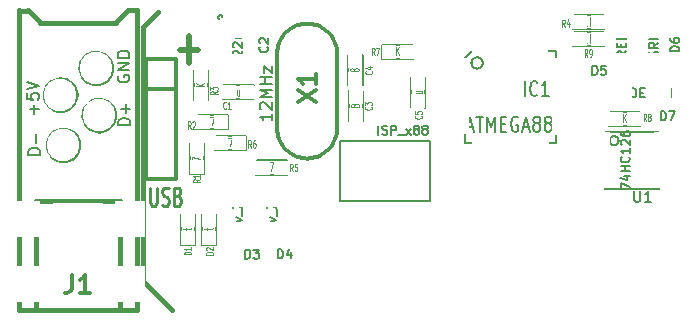
<source format=gto>
G04 (created by PCBNEW-RS274X (2011-11-27 BZR 3249)-stable) date 13/09/2012 2:58:33 p.m.*
G01*
G70*
G90*
%MOIN*%
G04 Gerber Fmt 3.4, Leading zero omitted, Abs format*
%FSLAX34Y34*%
G04 APERTURE LIST*
%ADD10C,0.006000*%
%ADD11C,0.007900*%
%ADD12C,0.019700*%
%ADD13C,0.015000*%
%ADD14C,0.005000*%
%ADD15C,0.008000*%
%ADD16C,0.012500*%
%ADD17C,0.012000*%
%ADD18C,0.005900*%
%ADD19C,0.007100*%
%ADD20C,0.010000*%
%ADD21C,0.003900*%
%ADD22C,0.004500*%
%ADD23R,0.075000X0.037000*%
%ADD24C,0.055400*%
%ADD25R,0.098700X0.118400*%
%ADD26R,0.039700X0.110600*%
%ADD27C,0.108600*%
%ADD28C,0.197500*%
%ADD29C,0.173900*%
%ADD30C,0.076000*%
%ADD31R,0.080000X0.080000*%
%ADD32C,0.080000*%
%ADD33R,0.051500X0.045000*%
%ADD34R,0.100000X0.080000*%
%ADD35R,0.080000X0.100000*%
%ADD36R,0.120000X0.070000*%
%ADD37R,0.098700X0.037700*%
%ADD38R,0.037700X0.098700*%
%ADD39R,0.045000X0.051500*%
G04 APERTURE END LIST*
G54D10*
G54D11*
X04099Y-02422D02*
X04080Y-02459D01*
X04080Y-02516D01*
X04099Y-02572D01*
X04137Y-02609D01*
X04174Y-02628D01*
X04249Y-02647D01*
X04306Y-02647D01*
X04381Y-02628D01*
X04418Y-02609D01*
X04456Y-02572D01*
X04474Y-02516D01*
X04474Y-02478D01*
X04456Y-02422D01*
X04437Y-02403D01*
X04306Y-02403D01*
X04306Y-02478D01*
X04474Y-02234D02*
X04080Y-02234D01*
X04474Y-02009D01*
X04080Y-02009D01*
X04474Y-01821D02*
X04080Y-01821D01*
X04080Y-01727D01*
X04099Y-01671D01*
X04137Y-01634D01*
X04174Y-01615D01*
X04249Y-01596D01*
X04306Y-01596D01*
X04381Y-01615D01*
X04418Y-01634D01*
X04456Y-01671D01*
X04474Y-01727D01*
X04474Y-01821D01*
X04498Y-04060D02*
X04104Y-04060D01*
X04104Y-03966D01*
X04123Y-03910D01*
X04161Y-03873D01*
X04198Y-03854D01*
X04273Y-03835D01*
X04330Y-03835D01*
X04405Y-03854D01*
X04442Y-03873D01*
X04480Y-03910D01*
X04498Y-03966D01*
X04498Y-04060D01*
X04348Y-03666D02*
X04348Y-03366D01*
X04498Y-03516D02*
X04198Y-03516D01*
X01494Y-05052D02*
X01100Y-05052D01*
X01100Y-04958D01*
X01119Y-04902D01*
X01157Y-04865D01*
X01194Y-04846D01*
X01269Y-04827D01*
X01326Y-04827D01*
X01401Y-04846D01*
X01438Y-04865D01*
X01476Y-04902D01*
X01494Y-04958D01*
X01494Y-05052D01*
X01344Y-04658D02*
X01344Y-04358D01*
X01300Y-03687D02*
X01300Y-03387D01*
X01450Y-03537D02*
X01150Y-03537D01*
X01056Y-03012D02*
X01056Y-03199D01*
X01244Y-03218D01*
X01225Y-03199D01*
X01207Y-03162D01*
X01207Y-03068D01*
X01225Y-03030D01*
X01244Y-03012D01*
X01282Y-02993D01*
X01375Y-02993D01*
X01413Y-03012D01*
X01432Y-03030D01*
X01450Y-03068D01*
X01450Y-03162D01*
X01432Y-03199D01*
X01413Y-03218D01*
X01056Y-02880D02*
X01450Y-02749D01*
X01056Y-02618D01*
G54D12*
X06157Y-01563D02*
X06757Y-01563D01*
X06457Y-02013D02*
X06457Y-01113D01*
G54D13*
X04921Y-00787D02*
X05413Y-00295D01*
X04921Y-09252D02*
X04921Y-00787D01*
X05906Y-10236D02*
X04922Y-09252D01*
X04428Y-00235D02*
X04724Y-00235D01*
X04035Y-00629D02*
X04428Y-00236D01*
X01476Y-00668D02*
X04035Y-00668D01*
X01083Y-00236D02*
X01476Y-00629D01*
X00787Y-00276D02*
X01083Y-00276D01*
X00788Y-10236D02*
X00788Y-00235D01*
X04725Y-10236D02*
X00788Y-10236D01*
X04724Y-00235D02*
X04724Y-10236D01*
G54D14*
X20778Y-04582D02*
X20775Y-04611D01*
X20766Y-04639D01*
X20752Y-04665D01*
X20734Y-04687D01*
X20711Y-04706D01*
X20686Y-04720D01*
X20658Y-04728D01*
X20629Y-04731D01*
X20600Y-04729D01*
X20572Y-04721D01*
X20546Y-04707D01*
X20524Y-04689D01*
X20505Y-04666D01*
X20491Y-04641D01*
X20482Y-04613D01*
X20479Y-04584D01*
X20481Y-04555D01*
X20489Y-04527D01*
X20502Y-04501D01*
X20521Y-04478D01*
X20543Y-04459D01*
X20568Y-04445D01*
X20596Y-04436D01*
X20625Y-04433D01*
X20654Y-04435D01*
X20682Y-04443D01*
X20708Y-04456D01*
X20731Y-04474D01*
X20750Y-04496D01*
X20765Y-04521D01*
X20774Y-04549D01*
X20777Y-04578D01*
X20778Y-04582D01*
G54D15*
X20328Y-04282D02*
X20328Y-06182D01*
X20328Y-06182D02*
X22128Y-06182D01*
X22128Y-06182D02*
X22128Y-04282D01*
X22128Y-04282D02*
X20328Y-04282D01*
G54D13*
X04154Y-06614D02*
X01358Y-06614D01*
X01358Y-06614D02*
X01358Y-10236D01*
X01358Y-10236D02*
X04154Y-10236D01*
X04154Y-10236D02*
X04154Y-06614D01*
X02677Y-03053D02*
X02667Y-03152D01*
X02638Y-03247D01*
X02591Y-03335D01*
X02528Y-03413D01*
X02451Y-03476D01*
X02364Y-03524D01*
X02268Y-03553D01*
X02169Y-03563D01*
X02071Y-03554D01*
X01975Y-03526D01*
X01887Y-03480D01*
X01809Y-03418D01*
X01745Y-03341D01*
X01697Y-03254D01*
X01667Y-03159D01*
X01656Y-03060D01*
X01664Y-02961D01*
X01691Y-02865D01*
X01737Y-02777D01*
X01799Y-02699D01*
X01875Y-02634D01*
X01962Y-02585D01*
X02057Y-02554D01*
X02156Y-02543D01*
X02254Y-02550D01*
X02350Y-02577D01*
X02439Y-02622D01*
X02518Y-02683D01*
X02583Y-02759D01*
X02632Y-02846D01*
X02664Y-02940D01*
X02676Y-03039D01*
X02677Y-03053D01*
G54D16*
X11398Y-04182D02*
X11398Y-01682D01*
X09398Y-04182D02*
X09398Y-01682D01*
X10398Y-00682D02*
X10311Y-00686D01*
X10225Y-00698D01*
X10140Y-00717D01*
X10056Y-00743D01*
X09976Y-00776D01*
X09899Y-00816D01*
X09825Y-00863D01*
X09756Y-00916D01*
X09691Y-00975D01*
X09632Y-01040D01*
X09579Y-01109D01*
X09532Y-01183D01*
X09492Y-01260D01*
X09459Y-01340D01*
X09433Y-01424D01*
X09414Y-01509D01*
X09402Y-01595D01*
X09398Y-01682D01*
X11398Y-01682D02*
X11394Y-01595D01*
X11382Y-01509D01*
X11363Y-01424D01*
X11337Y-01340D01*
X11304Y-01260D01*
X11264Y-01183D01*
X11217Y-01109D01*
X11164Y-01040D01*
X11105Y-00975D01*
X11040Y-00916D01*
X10971Y-00863D01*
X10898Y-00816D01*
X10820Y-00776D01*
X10740Y-00743D01*
X10656Y-00717D01*
X10571Y-00698D01*
X10485Y-00686D01*
X10398Y-00682D01*
X09398Y-04182D02*
X09402Y-04269D01*
X09414Y-04355D01*
X09433Y-04440D01*
X09459Y-04524D01*
X09492Y-04604D01*
X09532Y-04681D01*
X09579Y-04755D01*
X09632Y-04824D01*
X09691Y-04889D01*
X09756Y-04948D01*
X09825Y-05001D01*
X09899Y-05048D01*
X09976Y-05088D01*
X10056Y-05121D01*
X10140Y-05147D01*
X10225Y-05166D01*
X10311Y-05178D01*
X10398Y-05182D01*
X10398Y-05182D02*
X10485Y-05178D01*
X10571Y-05166D01*
X10656Y-05147D01*
X10740Y-05121D01*
X10820Y-05088D01*
X10898Y-05048D01*
X10971Y-05001D01*
X11040Y-04948D01*
X11105Y-04889D01*
X11164Y-04824D01*
X11217Y-04755D01*
X11264Y-04681D01*
X11304Y-04604D01*
X11337Y-04524D01*
X11363Y-04440D01*
X11382Y-04355D01*
X11394Y-04269D01*
X11398Y-04182D01*
G54D15*
X14478Y-06592D02*
X11478Y-06592D01*
X11478Y-04592D02*
X14478Y-04592D01*
X14478Y-04592D02*
X14478Y-06592D01*
X11478Y-06592D02*
X11478Y-04592D01*
G54D17*
X06038Y-01852D02*
X06038Y-01852D01*
X05038Y-01852D02*
X06038Y-01852D01*
X06038Y-01852D02*
X06038Y-01852D01*
X06038Y-01852D02*
X06038Y-05852D01*
X06038Y-05852D02*
X05038Y-05852D01*
X05038Y-05852D02*
X05038Y-01852D01*
X05038Y-02852D02*
X06038Y-02852D01*
G54D13*
X02775Y-04726D02*
X02765Y-04825D01*
X02736Y-04920D01*
X02689Y-05008D01*
X02626Y-05086D01*
X02549Y-05149D01*
X02462Y-05197D01*
X02366Y-05226D01*
X02267Y-05236D01*
X02169Y-05227D01*
X02073Y-05199D01*
X01985Y-05153D01*
X01907Y-05091D01*
X01843Y-05014D01*
X01795Y-04927D01*
X01765Y-04832D01*
X01754Y-04733D01*
X01762Y-04634D01*
X01789Y-04538D01*
X01835Y-04450D01*
X01897Y-04372D01*
X01973Y-04307D01*
X02060Y-04258D01*
X02155Y-04227D01*
X02254Y-04216D01*
X02352Y-04223D01*
X02448Y-04250D01*
X02537Y-04295D01*
X02616Y-04356D01*
X02681Y-04432D01*
X02730Y-04519D01*
X02762Y-04613D01*
X02774Y-04712D01*
X02775Y-04726D01*
X03956Y-03742D02*
X03946Y-03841D01*
X03917Y-03936D01*
X03870Y-04024D01*
X03807Y-04102D01*
X03730Y-04165D01*
X03643Y-04213D01*
X03547Y-04242D01*
X03448Y-04252D01*
X03350Y-04243D01*
X03254Y-04215D01*
X03166Y-04169D01*
X03088Y-04107D01*
X03024Y-04030D01*
X02976Y-03943D01*
X02946Y-03848D01*
X02935Y-03749D01*
X02943Y-03650D01*
X02970Y-03554D01*
X03016Y-03466D01*
X03078Y-03388D01*
X03154Y-03323D01*
X03241Y-03274D01*
X03336Y-03243D01*
X03435Y-03232D01*
X03533Y-03239D01*
X03629Y-03266D01*
X03718Y-03311D01*
X03797Y-03372D01*
X03862Y-03448D01*
X03911Y-03535D01*
X03943Y-03629D01*
X03955Y-03728D01*
X03956Y-03742D01*
X03858Y-02167D02*
X03848Y-02266D01*
X03819Y-02361D01*
X03772Y-02449D01*
X03709Y-02527D01*
X03632Y-02590D01*
X03545Y-02638D01*
X03449Y-02667D01*
X03350Y-02677D01*
X03252Y-02668D01*
X03156Y-02640D01*
X03068Y-02594D01*
X02990Y-02532D01*
X02926Y-02455D01*
X02878Y-02368D01*
X02848Y-02273D01*
X02837Y-02174D01*
X02845Y-02075D01*
X02872Y-01979D01*
X02918Y-01891D01*
X02980Y-01813D01*
X03056Y-01748D01*
X03143Y-01699D01*
X03238Y-01668D01*
X03337Y-01657D01*
X03435Y-01664D01*
X03531Y-01691D01*
X03620Y-01736D01*
X03699Y-01797D01*
X03764Y-01873D01*
X03813Y-01960D01*
X03845Y-02054D01*
X03857Y-02153D01*
X03858Y-02167D01*
G54D18*
X06644Y-07178D02*
X06211Y-07178D01*
G54D14*
X06654Y-08054D02*
X06654Y-07050D01*
X06182Y-07030D02*
X06182Y-08054D01*
X06182Y-08054D02*
X06654Y-08054D01*
X06186Y-07041D02*
X06646Y-07041D01*
G54D18*
X07364Y-07178D02*
X06931Y-07178D01*
G54D14*
X07374Y-08054D02*
X07374Y-07050D01*
X06902Y-07030D02*
X06902Y-08054D01*
X06902Y-08054D02*
X07374Y-08054D01*
X06906Y-07041D02*
X07366Y-07041D01*
G54D19*
X08531Y-06265D02*
X07665Y-06265D01*
G54D14*
X07638Y-08052D02*
X08538Y-08052D01*
X08538Y-08052D02*
X08538Y-07402D01*
X07638Y-06702D02*
X07638Y-06052D01*
X07638Y-06052D02*
X08538Y-06052D01*
X08538Y-06052D02*
X08538Y-06702D01*
X07638Y-07402D02*
X07638Y-08052D01*
G54D19*
X09671Y-06255D02*
X08815Y-06255D01*
G54D14*
X08788Y-08052D02*
X09688Y-08052D01*
X09688Y-08052D02*
X09688Y-07402D01*
X08788Y-06702D02*
X08788Y-06052D01*
X08788Y-06052D02*
X09688Y-06052D01*
X09688Y-06052D02*
X09688Y-06702D01*
X08788Y-07402D02*
X08788Y-08052D01*
G54D19*
X22236Y-03436D02*
X22236Y-02609D01*
G54D14*
X20488Y-02572D02*
X20488Y-03472D01*
X20488Y-03472D02*
X21138Y-03472D01*
X21838Y-02572D02*
X22488Y-02572D01*
X22488Y-02572D02*
X22488Y-03472D01*
X22488Y-03472D02*
X21838Y-03472D01*
X21138Y-02572D02*
X20488Y-02572D01*
G54D19*
X21525Y-02199D02*
X22401Y-02199D01*
G54D14*
X22418Y-00402D02*
X21518Y-00402D01*
X21518Y-00402D02*
X21518Y-01052D01*
X22418Y-01752D02*
X22418Y-02402D01*
X22418Y-02402D02*
X21518Y-02402D01*
X21518Y-02402D02*
X21518Y-01752D01*
X22418Y-01052D02*
X22418Y-00402D01*
G54D19*
X20465Y-02209D02*
X21341Y-02209D01*
G54D14*
X21358Y-00402D02*
X20458Y-00402D01*
X20458Y-00402D02*
X20458Y-01052D01*
X21358Y-01752D02*
X21358Y-02402D01*
X21358Y-02402D02*
X20458Y-02402D01*
X20458Y-02402D02*
X20458Y-01752D01*
X21358Y-01052D02*
X21358Y-00402D01*
X07568Y-00472D02*
X07566Y-00485D01*
X07562Y-00498D01*
X07556Y-00510D01*
X07547Y-00521D01*
X07537Y-00530D01*
X07525Y-00536D01*
X07512Y-00540D01*
X07498Y-00541D01*
X07485Y-00540D01*
X07472Y-00536D01*
X07460Y-00530D01*
X07450Y-00522D01*
X07441Y-00511D01*
X07434Y-00499D01*
X07430Y-00486D01*
X07429Y-00472D01*
X07430Y-00460D01*
X07433Y-00447D01*
X07440Y-00435D01*
X07448Y-00424D01*
X07459Y-00415D01*
X07470Y-00408D01*
X07483Y-00404D01*
X07497Y-00403D01*
X07510Y-00404D01*
X07523Y-00407D01*
X07535Y-00413D01*
X07546Y-00422D01*
X07555Y-00432D01*
X07561Y-00444D01*
X07566Y-00457D01*
X07567Y-00471D01*
X07568Y-00472D01*
X08648Y-01122D02*
X08648Y-00522D01*
X08648Y-00522D02*
X07548Y-00522D01*
X07548Y-00522D02*
X07548Y-01122D01*
X07548Y-01722D02*
X07548Y-02322D01*
X07548Y-02322D02*
X08648Y-02322D01*
X08648Y-02322D02*
X08648Y-01722D01*
G54D10*
X19158Y-04212D02*
X18708Y-04212D01*
X19158Y-02032D02*
X18718Y-02032D01*
X19158Y-04212D02*
X19158Y-02032D01*
X18278Y-04682D02*
X18278Y-05112D01*
X16068Y-04692D02*
X16068Y-05112D01*
X16058Y-05112D02*
X18278Y-05122D01*
X16078Y-01142D02*
X18248Y-01132D01*
X15648Y-01832D02*
X15648Y-04662D01*
X18258Y-01142D02*
X18258Y-01552D01*
X15898Y-01592D02*
X18678Y-01592D01*
X18698Y-04672D02*
X18698Y-01632D01*
X15648Y-04672D02*
X18648Y-04672D01*
X15198Y-02002D02*
X15198Y-04222D01*
X15198Y-04222D02*
X15648Y-04222D01*
X15652Y-01822D02*
X15882Y-01592D01*
X15200Y-02002D02*
X15652Y-02002D01*
X16078Y-01592D02*
X16078Y-01140D01*
X16248Y-01996D02*
X16244Y-02032D01*
X16233Y-02067D01*
X16216Y-02100D01*
X16193Y-02128D01*
X16165Y-02151D01*
X16132Y-02169D01*
X16097Y-02180D01*
X16061Y-02183D01*
X16025Y-02180D01*
X15990Y-02170D01*
X15958Y-02153D01*
X15929Y-02130D01*
X15905Y-02102D01*
X15888Y-02070D01*
X15877Y-02035D01*
X15873Y-01998D01*
X15876Y-01963D01*
X15886Y-01927D01*
X15902Y-01895D01*
X15925Y-01866D01*
X15953Y-01842D01*
X15985Y-01824D01*
X16020Y-01813D01*
X16057Y-01809D01*
X16092Y-01811D01*
X16127Y-01821D01*
X16160Y-01838D01*
X16189Y-01860D01*
X16213Y-01888D01*
X16231Y-01920D01*
X16243Y-01955D01*
X16247Y-01991D01*
X16248Y-01996D01*
G54D14*
X20290Y-00406D02*
X19286Y-00406D01*
X19266Y-00878D02*
X20290Y-00878D01*
X20290Y-00878D02*
X20290Y-00406D01*
X19277Y-00874D02*
X19277Y-00414D01*
X20290Y-00976D02*
X19286Y-00976D01*
X19266Y-01448D02*
X20290Y-01448D01*
X20290Y-01448D02*
X20290Y-00976D01*
X19277Y-01444D02*
X19277Y-00984D01*
X06954Y-05684D02*
X06954Y-04680D01*
X06482Y-04660D02*
X06482Y-05684D01*
X06482Y-05684D02*
X06954Y-05684D01*
X06486Y-04671D02*
X06946Y-04671D01*
X07750Y-03716D02*
X06746Y-03716D01*
X06726Y-04188D02*
X07750Y-04188D01*
X07750Y-04188D02*
X07750Y-03716D01*
X06737Y-04184D02*
X06737Y-03724D01*
X09730Y-05246D02*
X08726Y-05246D01*
X08706Y-05718D02*
X09730Y-05718D01*
X09730Y-05718D02*
X09730Y-05246D01*
X08717Y-05714D02*
X08717Y-05254D01*
X08350Y-04416D02*
X07346Y-04416D01*
X07326Y-04888D02*
X08350Y-04888D01*
X08350Y-04888D02*
X08350Y-04416D01*
X07337Y-04884D02*
X07337Y-04424D01*
X12254Y-03934D02*
X12254Y-02930D01*
X11782Y-02910D02*
X11782Y-03934D01*
X11782Y-03934D02*
X12254Y-03934D01*
X11786Y-02921D02*
X12246Y-02921D01*
X07586Y-03208D02*
X08590Y-03208D01*
X08610Y-02736D02*
X07586Y-02736D01*
X07586Y-02736D02*
X07586Y-03208D01*
X08599Y-02740D02*
X08599Y-03200D01*
X06622Y-02220D02*
X06622Y-03224D01*
X07094Y-03244D02*
X07094Y-02220D01*
X07094Y-02220D02*
X06622Y-02220D01*
X07090Y-03233D02*
X06630Y-03233D01*
X11772Y-01720D02*
X11772Y-02724D01*
X12244Y-02744D02*
X12244Y-01720D01*
X12244Y-01720D02*
X11772Y-01720D01*
X12240Y-02733D02*
X11780Y-02733D01*
X12906Y-01858D02*
X13910Y-01858D01*
X13930Y-01386D02*
X12906Y-01386D01*
X12906Y-01386D02*
X12906Y-01858D01*
X13919Y-01390D02*
X13919Y-01850D01*
X21496Y-03622D02*
X20492Y-03622D01*
X20472Y-04094D02*
X21496Y-04094D01*
X21496Y-04094D02*
X21496Y-03622D01*
X20483Y-04090D02*
X20483Y-03630D01*
X13862Y-02460D02*
X13862Y-03464D01*
X14334Y-03484D02*
X14334Y-02460D01*
X14334Y-02460D02*
X13862Y-02460D01*
X14330Y-03473D02*
X13870Y-03473D01*
G54D15*
X21300Y-06281D02*
X21300Y-06564D01*
X21317Y-06597D01*
X21334Y-06614D01*
X21367Y-06631D01*
X21434Y-06631D01*
X21467Y-06614D01*
X21484Y-06597D01*
X21500Y-06564D01*
X21500Y-06281D01*
X21851Y-06631D02*
X21651Y-06631D01*
X21751Y-06631D02*
X21751Y-06281D01*
X21717Y-06331D01*
X21684Y-06364D01*
X21651Y-06381D01*
G54D14*
X20849Y-06211D02*
X20849Y-06011D01*
X21149Y-06140D01*
X20949Y-05768D02*
X21149Y-05768D01*
X20835Y-05839D02*
X21049Y-05911D01*
X21049Y-05725D01*
X21149Y-05611D02*
X20849Y-05611D01*
X20992Y-05611D02*
X20992Y-05439D01*
X21149Y-05439D02*
X20849Y-05439D01*
X21121Y-05125D02*
X21135Y-05139D01*
X21149Y-05182D01*
X21149Y-05211D01*
X21135Y-05254D01*
X21107Y-05282D01*
X21078Y-05297D01*
X21021Y-05311D01*
X20978Y-05311D01*
X20921Y-05297D01*
X20892Y-05282D01*
X20864Y-05254D01*
X20849Y-05211D01*
X20849Y-05182D01*
X20864Y-05139D01*
X20878Y-05125D01*
X21149Y-04839D02*
X21149Y-05011D01*
X21149Y-04925D02*
X20849Y-04925D01*
X20892Y-04954D01*
X20921Y-04982D01*
X20935Y-05011D01*
X20878Y-04725D02*
X20864Y-04711D01*
X20849Y-04682D01*
X20849Y-04611D01*
X20864Y-04582D01*
X20878Y-04568D01*
X20907Y-04553D01*
X20935Y-04553D01*
X20978Y-04568D01*
X21149Y-04739D01*
X21149Y-04553D01*
X20849Y-04296D02*
X20849Y-04353D01*
X20864Y-04382D01*
X20878Y-04396D01*
X20921Y-04425D01*
X20978Y-04439D01*
X21092Y-04439D01*
X21121Y-04425D01*
X21135Y-04410D01*
X21149Y-04382D01*
X21149Y-04325D01*
X21135Y-04296D01*
X21121Y-04282D01*
X21092Y-04267D01*
X21021Y-04267D01*
X20992Y-04282D01*
X20978Y-04296D01*
X20964Y-04325D01*
X20964Y-04382D01*
X20978Y-04410D01*
X20992Y-04425D01*
X21021Y-04439D01*
G54D17*
X02556Y-09072D02*
X02556Y-09500D01*
X02528Y-09586D01*
X02471Y-09643D01*
X02385Y-09672D01*
X02328Y-09672D01*
X03156Y-09672D02*
X02813Y-09672D01*
X02985Y-09672D02*
X02985Y-09072D01*
X02928Y-09158D01*
X02870Y-09215D01*
X02813Y-09243D01*
X10095Y-03312D02*
X10695Y-02912D01*
X10095Y-02912D02*
X10695Y-03312D01*
X10695Y-02370D02*
X10695Y-02713D01*
X10695Y-02541D02*
X10095Y-02541D01*
X10181Y-02598D01*
X10238Y-02656D01*
X10266Y-02713D01*
G54D11*
X09214Y-03690D02*
X09214Y-03915D01*
X09214Y-03802D02*
X08820Y-03802D01*
X08877Y-03840D01*
X08914Y-03877D01*
X08933Y-03915D01*
X08858Y-03540D02*
X08839Y-03521D01*
X08820Y-03484D01*
X08820Y-03390D01*
X08839Y-03352D01*
X08858Y-03334D01*
X08896Y-03315D01*
X08933Y-03315D01*
X08989Y-03334D01*
X09214Y-03559D01*
X09214Y-03315D01*
X09214Y-03146D02*
X08820Y-03146D01*
X09102Y-03015D01*
X08820Y-02884D01*
X09214Y-02884D01*
X09214Y-02696D02*
X08820Y-02696D01*
X09008Y-02696D02*
X09008Y-02471D01*
X09214Y-02471D02*
X08820Y-02471D01*
X08952Y-02321D02*
X08952Y-02114D01*
X09214Y-02321D01*
X09214Y-02114D01*
G54D18*
X12775Y-04385D02*
X12775Y-04086D01*
X12903Y-04370D02*
X12946Y-04385D01*
X13017Y-04385D01*
X13045Y-04370D01*
X13060Y-04356D01*
X13074Y-04328D01*
X13074Y-04299D01*
X13060Y-04271D01*
X13045Y-04256D01*
X13017Y-04242D01*
X12960Y-04228D01*
X12931Y-04214D01*
X12917Y-04199D01*
X12903Y-04171D01*
X12903Y-04142D01*
X12917Y-04114D01*
X12931Y-04100D01*
X12960Y-04086D01*
X13031Y-04086D01*
X13074Y-04100D01*
X13202Y-04385D02*
X13202Y-04086D01*
X13316Y-04086D01*
X13345Y-04100D01*
X13359Y-04114D01*
X13373Y-04142D01*
X13373Y-04185D01*
X13359Y-04214D01*
X13345Y-04228D01*
X13316Y-04242D01*
X13202Y-04242D01*
X13430Y-04413D02*
X13658Y-04413D01*
X13701Y-04385D02*
X13857Y-04185D01*
X13701Y-04185D02*
X13857Y-04385D01*
X14014Y-04214D02*
X13985Y-04199D01*
X13971Y-04185D01*
X13957Y-04157D01*
X13957Y-04142D01*
X13971Y-04114D01*
X13985Y-04100D01*
X14014Y-04086D01*
X14071Y-04086D01*
X14099Y-04100D01*
X14114Y-04114D01*
X14128Y-04142D01*
X14128Y-04157D01*
X14114Y-04185D01*
X14099Y-04199D01*
X14071Y-04214D01*
X14014Y-04214D01*
X13985Y-04228D01*
X13971Y-04242D01*
X13957Y-04271D01*
X13957Y-04328D01*
X13971Y-04356D01*
X13985Y-04370D01*
X14014Y-04385D01*
X14071Y-04385D01*
X14099Y-04370D01*
X14114Y-04356D01*
X14128Y-04328D01*
X14128Y-04271D01*
X14114Y-04242D01*
X14099Y-04228D01*
X14071Y-04214D01*
X14299Y-04214D02*
X14270Y-04199D01*
X14256Y-04185D01*
X14242Y-04157D01*
X14242Y-04142D01*
X14256Y-04114D01*
X14270Y-04100D01*
X14299Y-04086D01*
X14356Y-04086D01*
X14384Y-04100D01*
X14399Y-04114D01*
X14413Y-04142D01*
X14413Y-04157D01*
X14399Y-04185D01*
X14384Y-04199D01*
X14356Y-04214D01*
X14299Y-04214D01*
X14270Y-04228D01*
X14256Y-04242D01*
X14242Y-04271D01*
X14242Y-04328D01*
X14256Y-04356D01*
X14270Y-04370D01*
X14299Y-04385D01*
X14356Y-04385D01*
X14384Y-04370D01*
X14399Y-04356D01*
X14413Y-04328D01*
X14413Y-04271D01*
X14399Y-04242D01*
X14384Y-04228D01*
X14356Y-04214D01*
G54D20*
X05158Y-06150D02*
X05158Y-06636D01*
X05177Y-06693D01*
X05196Y-06721D01*
X05234Y-06750D01*
X05311Y-06750D01*
X05349Y-06721D01*
X05368Y-06693D01*
X05387Y-06636D01*
X05387Y-06150D01*
X05558Y-06721D02*
X05615Y-06750D01*
X05711Y-06750D01*
X05749Y-06721D01*
X05768Y-06693D01*
X05787Y-06636D01*
X05787Y-06578D01*
X05768Y-06521D01*
X05749Y-06493D01*
X05711Y-06464D01*
X05634Y-06436D01*
X05596Y-06407D01*
X05577Y-06378D01*
X05558Y-06321D01*
X05558Y-06264D01*
X05577Y-06207D01*
X05596Y-06178D01*
X05634Y-06150D01*
X05730Y-06150D01*
X05787Y-06178D01*
X06092Y-06436D02*
X06149Y-06464D01*
X06168Y-06493D01*
X06187Y-06550D01*
X06187Y-06636D01*
X06168Y-06693D01*
X06149Y-06721D01*
X06111Y-06750D01*
X05958Y-06750D01*
X05958Y-06150D01*
X06092Y-06150D01*
X06130Y-06178D01*
X06149Y-06207D01*
X06168Y-06264D01*
X06168Y-06321D01*
X06149Y-06378D01*
X06130Y-06407D01*
X06092Y-06436D01*
X05958Y-06436D01*
G54D21*
X06541Y-08380D02*
X06300Y-08380D01*
X06300Y-08342D01*
X06312Y-08320D01*
X06334Y-08305D01*
X06357Y-08297D01*
X06403Y-08290D01*
X06438Y-08290D01*
X06484Y-08297D01*
X06507Y-08305D01*
X06530Y-08320D01*
X06541Y-08342D01*
X06541Y-08380D01*
X06541Y-08140D02*
X06541Y-08230D01*
X06541Y-08185D02*
X06300Y-08185D01*
X06334Y-08200D01*
X06357Y-08215D01*
X06369Y-08230D01*
G54D22*
X06518Y-07863D02*
X06531Y-07837D01*
X06531Y-07794D01*
X06518Y-07777D01*
X06505Y-07768D01*
X06478Y-07760D01*
X06451Y-07760D01*
X06425Y-07768D01*
X06411Y-07777D01*
X06398Y-07794D01*
X06385Y-07828D01*
X06371Y-07846D01*
X06358Y-07854D01*
X06331Y-07863D01*
X06305Y-07863D01*
X06278Y-07854D01*
X06265Y-07846D01*
X06251Y-07828D01*
X06251Y-07786D01*
X06265Y-07760D01*
X06518Y-07606D02*
X06531Y-07623D01*
X06531Y-07657D01*
X06518Y-07675D01*
X06505Y-07683D01*
X06478Y-07692D01*
X06398Y-07692D01*
X06371Y-07683D01*
X06358Y-07675D01*
X06345Y-07657D01*
X06345Y-07623D01*
X06358Y-07606D01*
X06345Y-07555D02*
X06345Y-07486D01*
X06251Y-07529D02*
X06491Y-07529D01*
X06518Y-07521D01*
X06531Y-07503D01*
X06531Y-07486D01*
X06531Y-07426D02*
X06251Y-07426D01*
X06425Y-07409D02*
X06531Y-07358D01*
X06345Y-07358D02*
X06451Y-07426D01*
X06345Y-07297D02*
X06531Y-07254D01*
X06345Y-07212D02*
X06531Y-07254D01*
X06598Y-07272D01*
X06611Y-07280D01*
X06625Y-07297D01*
G54D21*
X07262Y-08388D02*
X07021Y-08388D01*
X07021Y-08350D01*
X07033Y-08328D01*
X07055Y-08313D01*
X07078Y-08305D01*
X07124Y-08298D01*
X07159Y-08298D01*
X07205Y-08305D01*
X07228Y-08313D01*
X07251Y-08328D01*
X07262Y-08350D01*
X07262Y-08388D01*
X07044Y-08238D02*
X07033Y-08231D01*
X07021Y-08216D01*
X07021Y-08178D01*
X07033Y-08163D01*
X07044Y-08156D01*
X07067Y-08148D01*
X07090Y-08148D01*
X07124Y-08156D01*
X07262Y-08246D01*
X07262Y-08148D01*
G54D22*
X07238Y-07863D02*
X07251Y-07837D01*
X07251Y-07794D01*
X07238Y-07777D01*
X07225Y-07768D01*
X07198Y-07760D01*
X07171Y-07760D01*
X07145Y-07768D01*
X07131Y-07777D01*
X07118Y-07794D01*
X07105Y-07828D01*
X07091Y-07846D01*
X07078Y-07854D01*
X07051Y-07863D01*
X07025Y-07863D01*
X06998Y-07854D01*
X06985Y-07846D01*
X06971Y-07828D01*
X06971Y-07786D01*
X06985Y-07760D01*
X07238Y-07606D02*
X07251Y-07623D01*
X07251Y-07657D01*
X07238Y-07675D01*
X07225Y-07683D01*
X07198Y-07692D01*
X07118Y-07692D01*
X07091Y-07683D01*
X07078Y-07675D01*
X07065Y-07657D01*
X07065Y-07623D01*
X07078Y-07606D01*
X07065Y-07555D02*
X07065Y-07486D01*
X06971Y-07529D02*
X07211Y-07529D01*
X07238Y-07521D01*
X07251Y-07503D01*
X07251Y-07486D01*
X07251Y-07426D02*
X06971Y-07426D01*
X07145Y-07409D02*
X07251Y-07358D01*
X07065Y-07358D02*
X07171Y-07426D01*
X07065Y-07297D02*
X07251Y-07254D01*
X07065Y-07212D02*
X07251Y-07254D01*
X07318Y-07272D01*
X07331Y-07280D01*
X07345Y-07297D01*
G54D14*
X08333Y-08519D02*
X08333Y-08219D01*
X08405Y-08219D01*
X08448Y-08234D01*
X08476Y-08262D01*
X08491Y-08291D01*
X08505Y-08348D01*
X08505Y-08391D01*
X08491Y-08448D01*
X08476Y-08477D01*
X08448Y-08505D01*
X08405Y-08519D01*
X08333Y-08519D01*
X08605Y-08219D02*
X08791Y-08219D01*
X08691Y-08334D01*
X08733Y-08334D01*
X08762Y-08348D01*
X08776Y-08362D01*
X08791Y-08391D01*
X08791Y-08462D01*
X08776Y-08491D01*
X08762Y-08505D01*
X08733Y-08519D01*
X08648Y-08519D01*
X08619Y-08505D01*
X08605Y-08491D01*
X07909Y-08002D02*
X07909Y-07816D01*
X08024Y-07916D01*
X08024Y-07874D01*
X08038Y-07845D01*
X08052Y-07831D01*
X08081Y-07816D01*
X08152Y-07816D01*
X08181Y-07831D01*
X08195Y-07845D01*
X08209Y-07874D01*
X08209Y-07959D01*
X08195Y-07988D01*
X08181Y-08002D01*
X08181Y-07688D02*
X08195Y-07673D01*
X08209Y-07688D01*
X08195Y-07702D01*
X08181Y-07688D01*
X08209Y-07688D01*
X07909Y-07416D02*
X07909Y-07473D01*
X07924Y-07502D01*
X07938Y-07516D01*
X07981Y-07545D01*
X08038Y-07559D01*
X08152Y-07559D01*
X08181Y-07545D01*
X08195Y-07530D01*
X08209Y-07502D01*
X08209Y-07445D01*
X08195Y-07416D01*
X08181Y-07402D01*
X08152Y-07387D01*
X08081Y-07387D01*
X08052Y-07402D01*
X08038Y-07416D01*
X08024Y-07445D01*
X08024Y-07502D01*
X08038Y-07530D01*
X08052Y-07545D01*
X08081Y-07559D01*
X08009Y-07287D02*
X08209Y-07216D01*
X08009Y-07144D01*
X08238Y-07101D02*
X08238Y-06872D01*
X07909Y-06829D02*
X07909Y-06629D01*
X08209Y-06829D01*
X08209Y-06629D01*
X08195Y-06400D02*
X08209Y-06429D01*
X08209Y-06486D01*
X08195Y-06515D01*
X08167Y-06529D01*
X08052Y-06529D01*
X08024Y-06515D01*
X08009Y-06486D01*
X08009Y-06429D01*
X08024Y-06400D01*
X08052Y-06386D01*
X08081Y-06386D01*
X08109Y-06529D01*
X08009Y-06258D02*
X08209Y-06258D01*
X08038Y-06258D02*
X08024Y-06243D01*
X08009Y-06215D01*
X08009Y-06172D01*
X08024Y-06143D01*
X08052Y-06129D01*
X08209Y-06129D01*
X09431Y-08511D02*
X09431Y-08211D01*
X09503Y-08211D01*
X09546Y-08226D01*
X09574Y-08254D01*
X09589Y-08283D01*
X09603Y-08340D01*
X09603Y-08383D01*
X09589Y-08440D01*
X09574Y-08469D01*
X09546Y-08497D01*
X09503Y-08511D01*
X09431Y-08511D01*
X09860Y-08311D02*
X09860Y-08511D01*
X09789Y-08197D02*
X09717Y-08411D01*
X09903Y-08411D01*
X09059Y-08002D02*
X09059Y-07816D01*
X09174Y-07916D01*
X09174Y-07874D01*
X09188Y-07845D01*
X09202Y-07831D01*
X09231Y-07816D01*
X09302Y-07816D01*
X09331Y-07831D01*
X09345Y-07845D01*
X09359Y-07874D01*
X09359Y-07959D01*
X09345Y-07988D01*
X09331Y-08002D01*
X09331Y-07688D02*
X09345Y-07673D01*
X09359Y-07688D01*
X09345Y-07702D01*
X09331Y-07688D01*
X09359Y-07688D01*
X09059Y-07416D02*
X09059Y-07473D01*
X09074Y-07502D01*
X09088Y-07516D01*
X09131Y-07545D01*
X09188Y-07559D01*
X09302Y-07559D01*
X09331Y-07545D01*
X09345Y-07530D01*
X09359Y-07502D01*
X09359Y-07445D01*
X09345Y-07416D01*
X09331Y-07402D01*
X09302Y-07387D01*
X09231Y-07387D01*
X09202Y-07402D01*
X09188Y-07416D01*
X09174Y-07445D01*
X09174Y-07502D01*
X09188Y-07530D01*
X09202Y-07545D01*
X09231Y-07559D01*
X09159Y-07287D02*
X09359Y-07216D01*
X09159Y-07144D01*
X09388Y-07101D02*
X09388Y-06872D01*
X09059Y-06829D02*
X09059Y-06629D01*
X09359Y-06829D01*
X09359Y-06629D01*
X09345Y-06400D02*
X09359Y-06429D01*
X09359Y-06486D01*
X09345Y-06515D01*
X09317Y-06529D01*
X09202Y-06529D01*
X09174Y-06515D01*
X09159Y-06486D01*
X09159Y-06429D01*
X09174Y-06400D01*
X09202Y-06386D01*
X09231Y-06386D01*
X09259Y-06529D01*
X09159Y-06258D02*
X09359Y-06258D01*
X09188Y-06258D02*
X09174Y-06243D01*
X09159Y-06215D01*
X09159Y-06172D01*
X09174Y-06143D01*
X09202Y-06129D01*
X09359Y-06129D01*
X22195Y-03908D02*
X22195Y-03608D01*
X22267Y-03608D01*
X22310Y-03623D01*
X22338Y-03651D01*
X22353Y-03680D01*
X22367Y-03737D01*
X22367Y-03780D01*
X22353Y-03837D01*
X22338Y-03866D01*
X22310Y-03894D01*
X22267Y-03908D01*
X22195Y-03908D01*
X22467Y-03608D02*
X22667Y-03608D01*
X22538Y-03908D01*
X20445Y-03143D02*
X20445Y-02843D01*
X20517Y-02843D01*
X20560Y-02858D01*
X20588Y-02886D01*
X20603Y-02915D01*
X20617Y-02972D01*
X20617Y-03015D01*
X20603Y-03072D01*
X20588Y-03101D01*
X20560Y-03129D01*
X20517Y-03143D01*
X20445Y-03143D01*
X20745Y-03143D02*
X20745Y-02843D01*
X20946Y-02843D02*
X21003Y-02843D01*
X21031Y-02858D01*
X21060Y-02886D01*
X21074Y-02943D01*
X21074Y-03043D01*
X21060Y-03101D01*
X21031Y-03129D01*
X21003Y-03143D01*
X20946Y-03143D01*
X20917Y-03129D01*
X20888Y-03101D01*
X20874Y-03043D01*
X20874Y-02943D01*
X20888Y-02886D01*
X20917Y-02858D01*
X20946Y-02843D01*
X21202Y-03143D02*
X21202Y-02843D01*
X21274Y-02843D01*
X21317Y-02858D01*
X21345Y-02886D01*
X21360Y-02915D01*
X21374Y-02972D01*
X21374Y-03015D01*
X21360Y-03072D01*
X21345Y-03101D01*
X21317Y-03129D01*
X21274Y-03143D01*
X21202Y-03143D01*
X21502Y-02986D02*
X21602Y-02986D01*
X21645Y-03143D02*
X21502Y-03143D01*
X21502Y-02843D01*
X21645Y-02843D01*
X21759Y-03129D02*
X21802Y-03143D01*
X21873Y-03143D01*
X21902Y-03129D01*
X21916Y-03115D01*
X21931Y-03086D01*
X21931Y-03058D01*
X21916Y-03029D01*
X21902Y-03015D01*
X21873Y-03001D01*
X21816Y-02986D01*
X21788Y-02972D01*
X21773Y-02958D01*
X21759Y-02929D01*
X21759Y-02901D01*
X21773Y-02872D01*
X21788Y-02858D01*
X21816Y-02843D01*
X21888Y-02843D01*
X21931Y-02858D01*
X22231Y-03115D02*
X22217Y-03129D01*
X22174Y-03143D01*
X22145Y-03143D01*
X22102Y-03129D01*
X22074Y-03101D01*
X22059Y-03072D01*
X22045Y-03015D01*
X22045Y-02972D01*
X22059Y-02915D01*
X22074Y-02886D01*
X22102Y-02858D01*
X22145Y-02843D01*
X22174Y-02843D01*
X22217Y-02858D01*
X22231Y-02872D01*
X22359Y-03143D02*
X22359Y-02843D01*
X22359Y-02986D02*
X22531Y-02986D01*
X22531Y-03143D02*
X22531Y-02843D01*
X22798Y-01608D02*
X22498Y-01608D01*
X22498Y-01536D01*
X22513Y-01493D01*
X22541Y-01465D01*
X22570Y-01450D01*
X22627Y-01436D01*
X22670Y-01436D01*
X22727Y-01450D01*
X22756Y-01465D01*
X22784Y-01493D01*
X22798Y-01536D01*
X22798Y-01608D01*
X22498Y-01179D02*
X22498Y-01236D01*
X22513Y-01265D01*
X22527Y-01279D01*
X22570Y-01308D01*
X22627Y-01322D01*
X22741Y-01322D01*
X22770Y-01308D01*
X22784Y-01293D01*
X22798Y-01265D01*
X22798Y-01208D01*
X22784Y-01179D01*
X22770Y-01165D01*
X22741Y-01150D01*
X22670Y-01150D01*
X22641Y-01165D01*
X22627Y-01179D01*
X22613Y-01208D01*
X22613Y-01265D01*
X22627Y-01293D01*
X22641Y-01308D01*
X22670Y-01322D01*
X21804Y-01630D02*
X21789Y-01659D01*
X21789Y-01702D01*
X21804Y-01745D01*
X21832Y-01773D01*
X21861Y-01788D01*
X21918Y-01802D01*
X21961Y-01802D01*
X22018Y-01788D01*
X22047Y-01773D01*
X22075Y-01745D01*
X22089Y-01702D01*
X22089Y-01673D01*
X22075Y-01630D01*
X22061Y-01616D01*
X21961Y-01616D01*
X21961Y-01673D01*
X22089Y-01316D02*
X21947Y-01416D01*
X22089Y-01488D02*
X21789Y-01488D01*
X21789Y-01373D01*
X21804Y-01345D01*
X21818Y-01330D01*
X21847Y-01316D01*
X21889Y-01316D01*
X21918Y-01330D01*
X21932Y-01345D01*
X21947Y-01373D01*
X21947Y-01488D01*
X22089Y-01188D02*
X21789Y-01188D01*
X22089Y-01016D01*
X21789Y-01016D01*
X19904Y-02393D02*
X19904Y-02093D01*
X19976Y-02093D01*
X20019Y-02108D01*
X20047Y-02136D01*
X20062Y-02165D01*
X20076Y-02222D01*
X20076Y-02265D01*
X20062Y-02322D01*
X20047Y-02351D01*
X20019Y-02379D01*
X19976Y-02393D01*
X19904Y-02393D01*
X20347Y-02093D02*
X20204Y-02093D01*
X20190Y-02236D01*
X20204Y-02222D01*
X20233Y-02208D01*
X20304Y-02208D01*
X20333Y-02222D01*
X20347Y-02236D01*
X20362Y-02265D01*
X20362Y-02336D01*
X20347Y-02365D01*
X20333Y-02379D01*
X20304Y-02393D01*
X20233Y-02393D01*
X20204Y-02379D01*
X20190Y-02365D01*
X21029Y-01594D02*
X20887Y-01694D01*
X21029Y-01766D02*
X20729Y-01766D01*
X20729Y-01651D01*
X20744Y-01623D01*
X20758Y-01608D01*
X20787Y-01594D01*
X20829Y-01594D01*
X20858Y-01608D01*
X20872Y-01623D01*
X20887Y-01651D01*
X20887Y-01766D01*
X20872Y-01466D02*
X20872Y-01366D01*
X21029Y-01323D02*
X21029Y-01466D01*
X20729Y-01466D01*
X20729Y-01323D01*
X21029Y-01195D02*
X20729Y-01195D01*
X20729Y-01123D01*
X20744Y-01080D01*
X20772Y-01052D01*
X20801Y-01037D01*
X20858Y-01023D01*
X20901Y-01023D01*
X20958Y-01037D01*
X20987Y-01052D01*
X21015Y-01080D01*
X21029Y-01123D01*
X21029Y-01195D01*
X09069Y-01452D02*
X09083Y-01466D01*
X09097Y-01509D01*
X09097Y-01538D01*
X09083Y-01581D01*
X09055Y-01609D01*
X09026Y-01624D01*
X08969Y-01638D01*
X08926Y-01638D01*
X08869Y-01624D01*
X08840Y-01609D01*
X08812Y-01581D01*
X08797Y-01538D01*
X08797Y-01509D01*
X08812Y-01466D01*
X08826Y-01452D01*
X08826Y-01338D02*
X08812Y-01324D01*
X08797Y-01295D01*
X08797Y-01224D01*
X08812Y-01195D01*
X08826Y-01181D01*
X08855Y-01166D01*
X08883Y-01166D01*
X08926Y-01181D01*
X09097Y-01352D01*
X09097Y-01166D01*
X07944Y-01766D02*
X07930Y-01752D01*
X07915Y-01723D01*
X07915Y-01652D01*
X07930Y-01623D01*
X07944Y-01609D01*
X07973Y-01594D01*
X08001Y-01594D01*
X08044Y-01609D01*
X08215Y-01780D01*
X08215Y-01594D01*
X07944Y-01480D02*
X07930Y-01466D01*
X07915Y-01437D01*
X07915Y-01366D01*
X07930Y-01337D01*
X07944Y-01323D01*
X07973Y-01308D01*
X08001Y-01308D01*
X08044Y-01323D01*
X08215Y-01494D01*
X08215Y-01308D01*
X08015Y-01051D02*
X08215Y-01051D01*
X08015Y-01180D02*
X08173Y-01180D01*
X08201Y-01165D01*
X08215Y-01137D01*
X08215Y-01094D01*
X08201Y-01065D01*
X08187Y-01051D01*
G54D15*
X17653Y-03104D02*
X17653Y-02604D01*
X18072Y-03057D02*
X18053Y-03081D01*
X17996Y-03104D01*
X17958Y-03104D01*
X17900Y-03081D01*
X17862Y-03033D01*
X17843Y-02985D01*
X17824Y-02890D01*
X17824Y-02819D01*
X17843Y-02723D01*
X17862Y-02676D01*
X17900Y-02628D01*
X17958Y-02604D01*
X17996Y-02604D01*
X18053Y-02628D01*
X18072Y-02652D01*
X18453Y-03104D02*
X18224Y-03104D01*
X18338Y-03104D02*
X18338Y-02604D01*
X18300Y-02676D01*
X18262Y-02723D01*
X18224Y-02747D01*
X15724Y-04147D02*
X15915Y-04147D01*
X15686Y-04289D02*
X15819Y-03789D01*
X15953Y-04289D01*
X16029Y-03789D02*
X16258Y-03789D01*
X16143Y-04289D02*
X16143Y-03789D01*
X16391Y-04289D02*
X16391Y-03789D01*
X16525Y-04147D01*
X16658Y-03789D01*
X16658Y-04289D01*
X16848Y-04027D02*
X16982Y-04027D01*
X17039Y-04289D02*
X16848Y-04289D01*
X16848Y-03789D01*
X17039Y-03789D01*
X17420Y-03813D02*
X17382Y-03789D01*
X17325Y-03789D01*
X17267Y-03813D01*
X17229Y-03861D01*
X17210Y-03908D01*
X17191Y-04004D01*
X17191Y-04075D01*
X17210Y-04170D01*
X17229Y-04218D01*
X17267Y-04266D01*
X17325Y-04289D01*
X17363Y-04289D01*
X17420Y-04266D01*
X17439Y-04242D01*
X17439Y-04075D01*
X17363Y-04075D01*
X17591Y-04147D02*
X17782Y-04147D01*
X17553Y-04289D02*
X17686Y-03789D01*
X17820Y-04289D01*
X18010Y-04004D02*
X17972Y-03980D01*
X17953Y-03956D01*
X17934Y-03908D01*
X17934Y-03885D01*
X17953Y-03837D01*
X17972Y-03813D01*
X18010Y-03789D01*
X18087Y-03789D01*
X18125Y-03813D01*
X18144Y-03837D01*
X18163Y-03885D01*
X18163Y-03908D01*
X18144Y-03956D01*
X18125Y-03980D01*
X18087Y-04004D01*
X18010Y-04004D01*
X17972Y-04027D01*
X17953Y-04051D01*
X17934Y-04099D01*
X17934Y-04194D01*
X17953Y-04242D01*
X17972Y-04266D01*
X18010Y-04289D01*
X18087Y-04289D01*
X18125Y-04266D01*
X18144Y-04242D01*
X18163Y-04194D01*
X18163Y-04099D01*
X18144Y-04051D01*
X18125Y-04027D01*
X18087Y-04004D01*
X18391Y-04004D02*
X18353Y-03980D01*
X18334Y-03956D01*
X18315Y-03908D01*
X18315Y-03885D01*
X18334Y-03837D01*
X18353Y-03813D01*
X18391Y-03789D01*
X18468Y-03789D01*
X18506Y-03813D01*
X18525Y-03837D01*
X18544Y-03885D01*
X18544Y-03908D01*
X18525Y-03956D01*
X18506Y-03980D01*
X18468Y-04004D01*
X18391Y-04004D01*
X18353Y-04027D01*
X18334Y-04051D01*
X18315Y-04099D01*
X18315Y-04194D01*
X18334Y-04242D01*
X18353Y-04266D01*
X18391Y-04289D01*
X18468Y-04289D01*
X18506Y-04266D01*
X18525Y-04242D01*
X18544Y-04194D01*
X18544Y-04099D01*
X18525Y-04051D01*
X18506Y-04027D01*
X18468Y-04004D01*
X18715Y-04289D02*
X18715Y-03789D01*
X18868Y-03789D01*
X18906Y-03813D01*
X18925Y-03837D01*
X18944Y-03885D01*
X18944Y-03956D01*
X18925Y-04004D01*
X18906Y-04027D01*
X18868Y-04051D01*
X18715Y-04051D01*
G54D21*
X18989Y-00794D02*
X18937Y-00679D01*
X18899Y-00794D02*
X18899Y-00553D01*
X18959Y-00553D01*
X18974Y-00565D01*
X18982Y-00576D01*
X18989Y-00599D01*
X18989Y-00633D01*
X18982Y-00656D01*
X18974Y-00668D01*
X18959Y-00679D01*
X18899Y-00679D01*
X19124Y-00633D02*
X19124Y-00794D01*
X19086Y-00542D02*
X19049Y-00714D01*
X19146Y-00714D01*
G54D22*
X19740Y-00755D02*
X19637Y-00755D01*
X19689Y-00755D02*
X19689Y-00475D01*
X19672Y-00515D01*
X19654Y-00542D01*
X19637Y-00555D01*
X19817Y-00755D02*
X19817Y-00475D01*
X19920Y-00755D02*
X19843Y-00595D01*
X19920Y-00475D02*
X19817Y-00635D01*
G54D21*
X19741Y-01787D02*
X19689Y-01672D01*
X19651Y-01787D02*
X19651Y-01546D01*
X19711Y-01546D01*
X19726Y-01558D01*
X19734Y-01569D01*
X19741Y-01592D01*
X19741Y-01626D01*
X19734Y-01649D01*
X19726Y-01661D01*
X19711Y-01672D01*
X19651Y-01672D01*
X19816Y-01787D02*
X19846Y-01787D01*
X19861Y-01776D01*
X19868Y-01764D01*
X19883Y-01730D01*
X19891Y-01684D01*
X19891Y-01592D01*
X19883Y-01569D01*
X19876Y-01558D01*
X19861Y-01546D01*
X19831Y-01546D01*
X19816Y-01558D01*
X19808Y-01569D01*
X19801Y-01592D01*
X19801Y-01649D01*
X19808Y-01672D01*
X19816Y-01684D01*
X19831Y-01695D01*
X19861Y-01695D01*
X19876Y-01684D01*
X19883Y-01672D01*
X19891Y-01649D01*
G54D22*
X19740Y-01325D02*
X19637Y-01325D01*
X19689Y-01325D02*
X19689Y-01045D01*
X19672Y-01085D01*
X19654Y-01112D01*
X19637Y-01125D01*
X19817Y-01325D02*
X19817Y-01045D01*
X19920Y-01325D02*
X19843Y-01165D01*
X19920Y-01045D02*
X19817Y-01205D01*
G54D21*
X06833Y-05881D02*
X06718Y-05933D01*
X06833Y-05971D02*
X06592Y-05971D01*
X06592Y-05911D01*
X06604Y-05896D01*
X06615Y-05888D01*
X06638Y-05881D01*
X06672Y-05881D01*
X06695Y-05888D01*
X06707Y-05896D01*
X06718Y-05911D01*
X06718Y-05971D01*
X06833Y-05731D02*
X06833Y-05821D01*
X06833Y-05776D02*
X06592Y-05776D01*
X06626Y-05791D01*
X06649Y-05806D01*
X06661Y-05821D01*
G54D22*
X06578Y-05399D02*
X06565Y-05390D01*
X06551Y-05373D01*
X06551Y-05330D01*
X06565Y-05313D01*
X06578Y-05304D01*
X06605Y-05296D01*
X06631Y-05296D01*
X06671Y-05304D01*
X06831Y-05407D01*
X06831Y-05296D01*
X06551Y-05236D02*
X06551Y-05116D01*
X06831Y-05193D01*
X06831Y-04945D02*
X06698Y-05005D01*
X06831Y-05048D02*
X06551Y-05048D01*
X06551Y-04980D01*
X06565Y-04962D01*
X06578Y-04954D01*
X06605Y-04945D01*
X06645Y-04945D01*
X06671Y-04954D01*
X06685Y-04962D01*
X06698Y-04980D01*
X06698Y-05048D01*
G54D21*
X06509Y-04188D02*
X06457Y-04073D01*
X06419Y-04188D02*
X06419Y-03947D01*
X06479Y-03947D01*
X06494Y-03959D01*
X06502Y-03970D01*
X06509Y-03993D01*
X06509Y-04027D01*
X06502Y-04050D01*
X06494Y-04062D01*
X06479Y-04073D01*
X06419Y-04073D01*
X06569Y-03970D02*
X06576Y-03959D01*
X06591Y-03947D01*
X06629Y-03947D01*
X06644Y-03959D01*
X06651Y-03970D01*
X06659Y-03993D01*
X06659Y-04016D01*
X06651Y-04050D01*
X06561Y-04188D01*
X06659Y-04188D01*
G54D22*
X07011Y-03812D02*
X07020Y-03799D01*
X07037Y-03785D01*
X07080Y-03785D01*
X07097Y-03799D01*
X07106Y-03812D01*
X07114Y-03839D01*
X07114Y-03865D01*
X07106Y-03905D01*
X07003Y-04065D01*
X07114Y-04065D01*
X07174Y-03785D02*
X07294Y-03785D01*
X07217Y-04065D01*
X07465Y-04065D02*
X07405Y-03932D01*
X07362Y-04065D02*
X07362Y-03785D01*
X07430Y-03785D01*
X07448Y-03799D01*
X07456Y-03812D01*
X07465Y-03839D01*
X07465Y-03879D01*
X07456Y-03905D01*
X07448Y-03919D01*
X07430Y-03932D01*
X07362Y-03932D01*
G54D21*
X09918Y-05602D02*
X09866Y-05487D01*
X09828Y-05602D02*
X09828Y-05361D01*
X09888Y-05361D01*
X09903Y-05373D01*
X09911Y-05384D01*
X09918Y-05407D01*
X09918Y-05441D01*
X09911Y-05464D01*
X09903Y-05476D01*
X09888Y-05487D01*
X09828Y-05487D01*
X10060Y-05361D02*
X09985Y-05361D01*
X09978Y-05476D01*
X09985Y-05464D01*
X10000Y-05453D01*
X10038Y-05453D01*
X10053Y-05464D01*
X10060Y-05476D01*
X10068Y-05499D01*
X10068Y-05556D01*
X10060Y-05579D01*
X10053Y-05591D01*
X10038Y-05602D01*
X10000Y-05602D01*
X09985Y-05591D01*
X09978Y-05579D01*
G54D22*
X09077Y-05409D02*
X09077Y-05595D01*
X09034Y-05302D02*
X08991Y-05502D01*
X09103Y-05502D01*
X09154Y-05315D02*
X09274Y-05315D01*
X09197Y-05595D01*
X09445Y-05595D02*
X09385Y-05462D01*
X09342Y-05595D02*
X09342Y-05315D01*
X09410Y-05315D01*
X09428Y-05329D01*
X09436Y-05342D01*
X09445Y-05369D01*
X09445Y-05409D01*
X09436Y-05435D01*
X09428Y-05449D01*
X09410Y-05462D01*
X09342Y-05462D01*
G54D21*
X08529Y-04818D02*
X08477Y-04703D01*
X08439Y-04818D02*
X08439Y-04577D01*
X08499Y-04577D01*
X08514Y-04589D01*
X08522Y-04600D01*
X08529Y-04623D01*
X08529Y-04657D01*
X08522Y-04680D01*
X08514Y-04692D01*
X08499Y-04703D01*
X08439Y-04703D01*
X08664Y-04577D02*
X08634Y-04577D01*
X08619Y-04589D01*
X08611Y-04600D01*
X08596Y-04634D01*
X08589Y-04680D01*
X08589Y-04772D01*
X08596Y-04795D01*
X08604Y-04807D01*
X08619Y-04818D01*
X08649Y-04818D01*
X08664Y-04807D01*
X08671Y-04795D01*
X08679Y-04772D01*
X08679Y-04715D01*
X08671Y-04692D01*
X08664Y-04680D01*
X08649Y-04669D01*
X08619Y-04669D01*
X08604Y-04680D01*
X08596Y-04692D01*
X08589Y-04715D01*
G54D22*
X07697Y-04579D02*
X07697Y-04765D01*
X07654Y-04472D02*
X07611Y-04672D01*
X07723Y-04672D01*
X07774Y-04485D02*
X07894Y-04485D01*
X07817Y-04765D01*
X08065Y-04765D02*
X08005Y-04632D01*
X07962Y-04765D02*
X07962Y-04485D01*
X08030Y-04485D01*
X08048Y-04499D01*
X08056Y-04512D01*
X08065Y-04539D01*
X08065Y-04579D01*
X08056Y-04605D01*
X08048Y-04619D01*
X08030Y-04632D01*
X07962Y-04632D01*
G54D21*
X12534Y-03456D02*
X12546Y-03463D01*
X12557Y-03486D01*
X12557Y-03501D01*
X12546Y-03523D01*
X12523Y-03538D01*
X12500Y-03546D01*
X12454Y-03553D01*
X12419Y-03553D01*
X12373Y-03546D01*
X12350Y-03538D01*
X12328Y-03523D01*
X12316Y-03501D01*
X12316Y-03486D01*
X12328Y-03463D01*
X12339Y-03456D01*
X12316Y-03404D02*
X12316Y-03306D01*
X12408Y-03359D01*
X12408Y-03336D01*
X12419Y-03321D01*
X12431Y-03314D01*
X12454Y-03306D01*
X12511Y-03306D01*
X12534Y-03314D01*
X12546Y-03321D01*
X12557Y-03336D01*
X12557Y-03381D01*
X12546Y-03396D01*
X12534Y-03404D01*
G54D22*
X12131Y-03537D02*
X12131Y-03640D01*
X12131Y-03588D02*
X11851Y-03588D01*
X11891Y-03605D01*
X11918Y-03623D01*
X11931Y-03640D01*
X11971Y-03434D02*
X11958Y-03452D01*
X11945Y-03460D01*
X11918Y-03469D01*
X11905Y-03469D01*
X11878Y-03460D01*
X11865Y-03452D01*
X11851Y-03434D01*
X11851Y-03400D01*
X11865Y-03383D01*
X11878Y-03374D01*
X11905Y-03366D01*
X11918Y-03366D01*
X11945Y-03374D01*
X11958Y-03383D01*
X11971Y-03400D01*
X11971Y-03434D01*
X11985Y-03452D01*
X11998Y-03460D01*
X12025Y-03469D01*
X12078Y-03469D01*
X12105Y-03460D01*
X12118Y-03452D01*
X12131Y-03434D01*
X12131Y-03400D01*
X12118Y-03383D01*
X12105Y-03374D01*
X12078Y-03366D01*
X12025Y-03366D01*
X11998Y-03374D01*
X11985Y-03383D01*
X11971Y-03400D01*
X11945Y-03289D02*
X12225Y-03289D01*
X11958Y-03289D02*
X11945Y-03272D01*
X11945Y-03238D01*
X11958Y-03221D01*
X11971Y-03212D01*
X11998Y-03203D01*
X12078Y-03203D01*
X12105Y-03212D01*
X12118Y-03221D01*
X12131Y-03238D01*
X12131Y-03272D01*
X12118Y-03289D01*
G54D21*
X07694Y-03507D02*
X07687Y-03519D01*
X07664Y-03530D01*
X07649Y-03530D01*
X07627Y-03519D01*
X07612Y-03496D01*
X07604Y-03473D01*
X07597Y-03427D01*
X07597Y-03392D01*
X07604Y-03346D01*
X07612Y-03323D01*
X07627Y-03301D01*
X07649Y-03289D01*
X07664Y-03289D01*
X07687Y-03301D01*
X07694Y-03312D01*
X07844Y-03530D02*
X07754Y-03530D01*
X07799Y-03530D02*
X07799Y-03289D01*
X07784Y-03323D01*
X07769Y-03346D01*
X07754Y-03358D01*
G54D22*
X07923Y-02805D02*
X07940Y-02805D01*
X07957Y-02819D01*
X07966Y-02832D01*
X07975Y-02859D01*
X07983Y-02912D01*
X07983Y-02979D01*
X07975Y-03032D01*
X07966Y-03059D01*
X07957Y-03072D01*
X07940Y-03085D01*
X07923Y-03085D01*
X07906Y-03072D01*
X07897Y-03059D01*
X07889Y-03032D01*
X07880Y-02979D01*
X07880Y-02912D01*
X07889Y-02859D01*
X07897Y-02832D01*
X07906Y-02819D01*
X07923Y-02805D01*
X08137Y-02899D02*
X08137Y-03085D01*
X08060Y-02899D02*
X08060Y-03045D01*
X08068Y-03072D01*
X08086Y-03085D01*
X08111Y-03085D01*
X08128Y-03072D01*
X08137Y-03059D01*
X08317Y-03085D02*
X08214Y-03085D01*
X08266Y-03085D02*
X08266Y-02805D01*
X08249Y-02845D01*
X08231Y-02872D01*
X08214Y-02885D01*
G54D21*
X07412Y-02948D02*
X07297Y-03000D01*
X07412Y-03038D02*
X07171Y-03038D01*
X07171Y-02978D01*
X07183Y-02963D01*
X07194Y-02955D01*
X07217Y-02948D01*
X07251Y-02948D01*
X07274Y-02955D01*
X07286Y-02963D01*
X07297Y-02978D01*
X07297Y-03038D01*
X07171Y-02896D02*
X07171Y-02798D01*
X07263Y-02851D01*
X07263Y-02828D01*
X07274Y-02813D01*
X07286Y-02806D01*
X07309Y-02798D01*
X07366Y-02798D01*
X07389Y-02806D01*
X07401Y-02813D01*
X07412Y-02828D01*
X07412Y-02873D01*
X07401Y-02888D01*
X07389Y-02896D01*
G54D22*
X06691Y-02967D02*
X06691Y-02856D01*
X06798Y-02916D01*
X06798Y-02890D01*
X06811Y-02873D01*
X06825Y-02864D01*
X06851Y-02856D01*
X06918Y-02856D01*
X06945Y-02864D01*
X06958Y-02873D01*
X06971Y-02890D01*
X06971Y-02942D01*
X06958Y-02959D01*
X06945Y-02967D01*
X06971Y-02779D02*
X06691Y-02779D01*
X06971Y-02676D02*
X06811Y-02753D01*
X06691Y-02676D02*
X06851Y-02779D01*
X06971Y-02591D02*
X06971Y-02556D01*
X06958Y-02539D01*
X06945Y-02531D01*
X06905Y-02513D01*
X06851Y-02505D01*
X06745Y-02505D01*
X06718Y-02513D01*
X06705Y-02522D01*
X06691Y-02539D01*
X06691Y-02573D01*
X06705Y-02591D01*
X06718Y-02599D01*
X06745Y-02608D01*
X06811Y-02608D01*
X06838Y-02599D01*
X06851Y-02591D01*
X06865Y-02573D01*
X06865Y-02539D01*
X06851Y-02522D01*
X06838Y-02513D01*
X06811Y-02505D01*
G54D21*
X12550Y-02271D02*
X12562Y-02278D01*
X12573Y-02301D01*
X12573Y-02316D01*
X12562Y-02338D01*
X12539Y-02353D01*
X12516Y-02361D01*
X12470Y-02368D01*
X12435Y-02368D01*
X12389Y-02361D01*
X12366Y-02353D01*
X12344Y-02338D01*
X12332Y-02316D01*
X12332Y-02301D01*
X12344Y-02278D01*
X12355Y-02271D01*
X12412Y-02136D02*
X12573Y-02136D01*
X12321Y-02174D02*
X12493Y-02211D01*
X12493Y-02114D01*
G54D22*
X12121Y-02347D02*
X12121Y-02450D01*
X12121Y-02398D02*
X11841Y-02398D01*
X11881Y-02415D01*
X11908Y-02433D01*
X11921Y-02450D01*
X11961Y-02244D02*
X11948Y-02262D01*
X11935Y-02270D01*
X11908Y-02279D01*
X11895Y-02279D01*
X11868Y-02270D01*
X11855Y-02262D01*
X11841Y-02244D01*
X11841Y-02210D01*
X11855Y-02193D01*
X11868Y-02184D01*
X11895Y-02176D01*
X11908Y-02176D01*
X11935Y-02184D01*
X11948Y-02193D01*
X11961Y-02210D01*
X11961Y-02244D01*
X11975Y-02262D01*
X11988Y-02270D01*
X12015Y-02279D01*
X12068Y-02279D01*
X12095Y-02270D01*
X12108Y-02262D01*
X12121Y-02244D01*
X12121Y-02210D01*
X12108Y-02193D01*
X12095Y-02184D01*
X12068Y-02176D01*
X12015Y-02176D01*
X11988Y-02184D01*
X11975Y-02193D01*
X11961Y-02210D01*
X11935Y-02099D02*
X12215Y-02099D01*
X11948Y-02099D02*
X11935Y-02082D01*
X11935Y-02048D01*
X11948Y-02031D01*
X11961Y-02022D01*
X11988Y-02013D01*
X12068Y-02013D01*
X12095Y-02022D01*
X12108Y-02031D01*
X12121Y-02048D01*
X12121Y-02082D01*
X12108Y-02099D01*
G54D21*
X12647Y-01739D02*
X12595Y-01624D01*
X12557Y-01739D02*
X12557Y-01498D01*
X12617Y-01498D01*
X12632Y-01510D01*
X12640Y-01521D01*
X12647Y-01544D01*
X12647Y-01578D01*
X12640Y-01601D01*
X12632Y-01613D01*
X12617Y-01624D01*
X12557Y-01624D01*
X12699Y-01498D02*
X12804Y-01498D01*
X12737Y-01739D01*
G54D22*
X13286Y-01455D02*
X13200Y-01455D01*
X13191Y-01589D01*
X13200Y-01575D01*
X13217Y-01562D01*
X13260Y-01562D01*
X13277Y-01575D01*
X13286Y-01589D01*
X13294Y-01615D01*
X13294Y-01682D01*
X13286Y-01709D01*
X13277Y-01722D01*
X13260Y-01735D01*
X13217Y-01735D01*
X13200Y-01722D01*
X13191Y-01709D01*
X13371Y-01735D02*
X13371Y-01455D01*
X13474Y-01735D02*
X13397Y-01575D01*
X13474Y-01455D02*
X13371Y-01615D01*
X13628Y-01455D02*
X13594Y-01455D01*
X13577Y-01469D01*
X13568Y-01482D01*
X13551Y-01522D01*
X13542Y-01575D01*
X13542Y-01682D01*
X13551Y-01709D01*
X13559Y-01722D01*
X13577Y-01735D01*
X13611Y-01735D01*
X13628Y-01722D01*
X13637Y-01709D01*
X13645Y-01682D01*
X13645Y-01615D01*
X13637Y-01589D01*
X13628Y-01575D01*
X13611Y-01562D01*
X13577Y-01562D01*
X13559Y-01575D01*
X13551Y-01589D01*
X13542Y-01615D01*
G54D21*
X21700Y-03933D02*
X21648Y-03818D01*
X21610Y-03933D02*
X21610Y-03692D01*
X21670Y-03692D01*
X21685Y-03704D01*
X21693Y-03715D01*
X21700Y-03738D01*
X21700Y-03772D01*
X21693Y-03795D01*
X21685Y-03807D01*
X21670Y-03818D01*
X21610Y-03818D01*
X21790Y-03795D02*
X21775Y-03784D01*
X21767Y-03772D01*
X21760Y-03749D01*
X21760Y-03738D01*
X21767Y-03715D01*
X21775Y-03704D01*
X21790Y-03692D01*
X21820Y-03692D01*
X21835Y-03704D01*
X21842Y-03715D01*
X21850Y-03738D01*
X21850Y-03749D01*
X21842Y-03772D01*
X21835Y-03784D01*
X21820Y-03795D01*
X21790Y-03795D01*
X21775Y-03807D01*
X21767Y-03818D01*
X21760Y-03841D01*
X21760Y-03887D01*
X21767Y-03910D01*
X21775Y-03922D01*
X21790Y-03933D01*
X21820Y-03933D01*
X21835Y-03922D01*
X21842Y-03910D01*
X21850Y-03887D01*
X21850Y-03841D01*
X21842Y-03818D01*
X21835Y-03807D01*
X21820Y-03795D01*
G54D22*
X20852Y-03691D02*
X20766Y-03691D01*
X20757Y-03825D01*
X20766Y-03811D01*
X20783Y-03798D01*
X20826Y-03798D01*
X20843Y-03811D01*
X20852Y-03825D01*
X20860Y-03851D01*
X20860Y-03918D01*
X20852Y-03945D01*
X20843Y-03958D01*
X20826Y-03971D01*
X20783Y-03971D01*
X20766Y-03958D01*
X20757Y-03945D01*
X20937Y-03971D02*
X20937Y-03691D01*
X21040Y-03971D02*
X20963Y-03811D01*
X21040Y-03691D02*
X20937Y-03851D01*
X21194Y-03691D02*
X21160Y-03691D01*
X21143Y-03705D01*
X21134Y-03718D01*
X21117Y-03758D01*
X21108Y-03811D01*
X21108Y-03918D01*
X21117Y-03945D01*
X21125Y-03958D01*
X21143Y-03971D01*
X21177Y-03971D01*
X21194Y-03958D01*
X21203Y-03945D01*
X21211Y-03918D01*
X21211Y-03851D01*
X21203Y-03825D01*
X21194Y-03811D01*
X21177Y-03798D01*
X21143Y-03798D01*
X21125Y-03811D01*
X21117Y-03825D01*
X21108Y-03851D01*
G54D21*
X14200Y-03755D02*
X14212Y-03762D01*
X14223Y-03785D01*
X14223Y-03800D01*
X14212Y-03822D01*
X14189Y-03837D01*
X14166Y-03845D01*
X14120Y-03852D01*
X14085Y-03852D01*
X14039Y-03845D01*
X14016Y-03837D01*
X13994Y-03822D01*
X13982Y-03800D01*
X13982Y-03785D01*
X13994Y-03762D01*
X14005Y-03755D01*
X13982Y-03613D02*
X13982Y-03688D01*
X14097Y-03695D01*
X14085Y-03688D01*
X14074Y-03673D01*
X14074Y-03635D01*
X14085Y-03620D01*
X14097Y-03613D01*
X14120Y-03605D01*
X14177Y-03605D01*
X14200Y-03613D01*
X14212Y-03620D01*
X14223Y-03635D01*
X14223Y-03673D01*
X14212Y-03688D01*
X14200Y-03695D01*
G54D22*
X13931Y-03147D02*
X13931Y-03130D01*
X13945Y-03113D01*
X13958Y-03104D01*
X13985Y-03095D01*
X14038Y-03087D01*
X14105Y-03087D01*
X14158Y-03095D01*
X14185Y-03104D01*
X14198Y-03113D01*
X14211Y-03130D01*
X14211Y-03147D01*
X14198Y-03164D01*
X14185Y-03173D01*
X14158Y-03181D01*
X14105Y-03190D01*
X14038Y-03190D01*
X13985Y-03181D01*
X13958Y-03173D01*
X13945Y-03164D01*
X13931Y-03147D01*
X14025Y-02933D02*
X14211Y-02933D01*
X14025Y-03010D02*
X14171Y-03010D01*
X14198Y-03002D01*
X14211Y-02984D01*
X14211Y-02959D01*
X14198Y-02942D01*
X14185Y-02933D01*
X14211Y-02753D02*
X14211Y-02856D01*
X14211Y-02804D02*
X13931Y-02804D01*
X13971Y-02821D01*
X13998Y-02839D01*
X14011Y-02856D01*
%LPC*%
G54D23*
X20128Y-04472D03*
X20128Y-04722D03*
X20128Y-04982D03*
X20128Y-05232D03*
X20128Y-05492D03*
X20128Y-05747D03*
X20128Y-06002D03*
X22328Y-06002D03*
X22328Y-05747D03*
X22328Y-05492D03*
X22328Y-05232D03*
X22328Y-04977D03*
X22328Y-04722D03*
X22328Y-04467D03*
G54D24*
X03622Y-08169D03*
X01890Y-08169D03*
G54D25*
X04488Y-09350D03*
X01004Y-09350D03*
X04508Y-07185D03*
X01004Y-07185D03*
G54D26*
X02756Y-07185D03*
X02441Y-07185D03*
X02126Y-07185D03*
X03071Y-07185D03*
X03386Y-07185D03*
G54D27*
X02166Y-03053D03*
G54D28*
X23478Y-08982D03*
G54D29*
X10828Y-09232D03*
G54D30*
X10398Y-03932D03*
X10398Y-01932D03*
G54D31*
X11978Y-06092D03*
G54D32*
X11978Y-05092D03*
X12978Y-06092D03*
X12978Y-05092D03*
X13978Y-06092D03*
X13978Y-05092D03*
G54D31*
X05538Y-02352D03*
G54D32*
X05538Y-03352D03*
X05538Y-04352D03*
X05538Y-05352D03*
G54D27*
X02264Y-04726D03*
X03445Y-03742D03*
X03347Y-02167D03*
G54D33*
X06418Y-07842D03*
X06418Y-07242D03*
X07138Y-07842D03*
X07138Y-07242D03*
G54D34*
X08088Y-07702D03*
X08088Y-06402D03*
X09238Y-07702D03*
X09238Y-06402D03*
G54D35*
X20838Y-03022D03*
X22138Y-03022D03*
G54D34*
X21968Y-00752D03*
X21968Y-02052D03*
X20908Y-00752D03*
X20908Y-02052D03*
G54D31*
X24713Y-04984D03*
G54D32*
X23713Y-04984D03*
X24713Y-05984D03*
X23713Y-05984D03*
X24713Y-06984D03*
X23713Y-06984D03*
G54D36*
X08098Y-00822D03*
X08098Y-02022D03*
G54D37*
X15282Y-04215D03*
X15282Y-03900D03*
X15282Y-03585D03*
X15282Y-03270D03*
X15282Y-02955D03*
X15282Y-02640D03*
X15282Y-02325D03*
X15282Y-02010D03*
X19048Y-02012D03*
X19048Y-04222D03*
X19048Y-03902D03*
X19048Y-03582D03*
X19048Y-03272D03*
X19048Y-02952D03*
X19048Y-02642D03*
X19048Y-02322D03*
G54D38*
X16066Y-01222D03*
X16380Y-01222D03*
X16696Y-01222D03*
X17010Y-01222D03*
X17326Y-01222D03*
X17640Y-01222D03*
X17956Y-01222D03*
X18270Y-01222D03*
X16068Y-05002D03*
X16378Y-05002D03*
X16698Y-05002D03*
X17008Y-05002D03*
X17318Y-05002D03*
X17638Y-05002D03*
X17958Y-05002D03*
X18278Y-05002D03*
G54D39*
X20078Y-00642D03*
X19478Y-00642D03*
X20078Y-01212D03*
X19478Y-01212D03*
G54D33*
X06718Y-05472D03*
X06718Y-04872D03*
G54D39*
X07538Y-03952D03*
X06938Y-03952D03*
X09518Y-05482D03*
X08918Y-05482D03*
X08138Y-04652D03*
X07538Y-04652D03*
G54D33*
X12018Y-03722D03*
X12018Y-03122D03*
G54D39*
X07798Y-02972D03*
X08398Y-02972D03*
G54D33*
X06858Y-02432D03*
X06858Y-03032D03*
X12008Y-01932D03*
X12008Y-02532D03*
G54D39*
X13118Y-01622D03*
X13718Y-01622D03*
X21284Y-03858D03*
X20684Y-03858D03*
G54D33*
X14098Y-02672D03*
X14098Y-03272D03*
M02*

</source>
